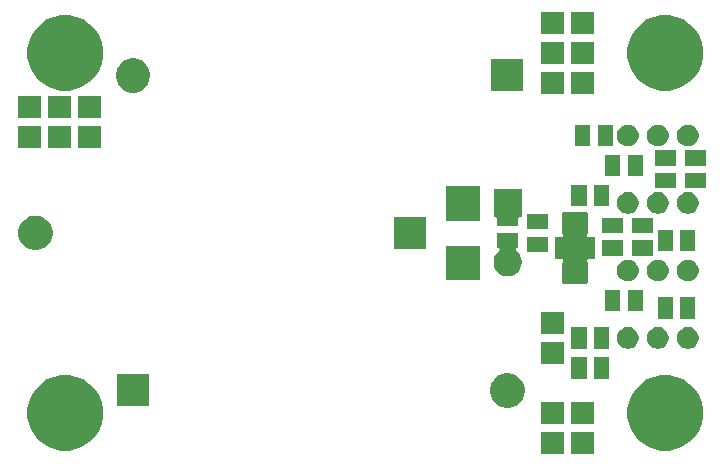
<source format=gbr>
G04 #@! TF.GenerationSoftware,KiCad,Pcbnew,6.0.0-rc1-unknown-f68581d~66~ubuntu16.04.1*
G04 #@! TF.CreationDate,2018-09-30T16:57:06+02:00*
G04 #@! TF.ProjectId,SIPMPOWER01A,5349504D504F5745523031412E6B6963,rev?*
G04 #@! TF.SameCoordinates,Original*
G04 #@! TF.FileFunction,Soldermask,Bot*
G04 #@! TF.FilePolarity,Negative*
%FSLAX46Y46*%
G04 Gerber Fmt 4.6, Leading zero omitted, Abs format (unit mm)*
G04 Created by KiCad (PCBNEW 6.0.0-rc1-unknown-f68581d~66~ubuntu16.04.1) date Sun Sep 30 16:57:06 2018*
%MOMM*%
%LPD*%
G01*
G04 APERTURE LIST*
%ADD10C,0.100000*%
G04 APERTURE END LIST*
D10*
G36*
X49857000Y1578000D02*
X47933000Y1578000D01*
X47933000Y3502000D01*
X49857000Y3502000D01*
X49857000Y1578000D01*
X49857000Y1578000D01*
G37*
G36*
X47317000Y1578000D02*
X45393000Y1578000D01*
X45393000Y3502000D01*
X47317000Y3502000D01*
X47317000Y1578000D01*
X47317000Y1578000D01*
G37*
G36*
X6013405Y8157026D02*
X6595767Y7915804D01*
X7119884Y7565600D01*
X7565600Y7119884D01*
X7915804Y6595767D01*
X8157026Y6013405D01*
X8280000Y5395174D01*
X8280000Y4764826D01*
X8157026Y4146595D01*
X7915804Y3564233D01*
X7565600Y3040116D01*
X7119884Y2594400D01*
X6595767Y2244196D01*
X6013405Y2002974D01*
X5395174Y1880000D01*
X4764826Y1880000D01*
X4146595Y2002974D01*
X3564233Y2244196D01*
X3040116Y2594400D01*
X2594400Y3040116D01*
X2244196Y3564233D01*
X2002974Y4146595D01*
X1880000Y4764826D01*
X1880000Y5395174D01*
X2002974Y6013405D01*
X2244196Y6595767D01*
X2594400Y7119884D01*
X3040116Y7565600D01*
X3564233Y7915804D01*
X4146595Y8157026D01*
X4764826Y8280000D01*
X5395174Y8280000D01*
X6013405Y8157026D01*
X6013405Y8157026D01*
G37*
G36*
X56813405Y8157026D02*
X57395767Y7915804D01*
X57919884Y7565600D01*
X58365600Y7119884D01*
X58715804Y6595767D01*
X58957026Y6013405D01*
X59080000Y5395174D01*
X59080000Y4764826D01*
X58957026Y4146595D01*
X58715804Y3564233D01*
X58365600Y3040116D01*
X57919884Y2594400D01*
X57395767Y2244196D01*
X56813405Y2002974D01*
X56195174Y1880000D01*
X55564826Y1880000D01*
X54946595Y2002974D01*
X54364233Y2244196D01*
X53840116Y2594400D01*
X53394400Y3040116D01*
X53044196Y3564233D01*
X52802974Y4146595D01*
X52680000Y4764826D01*
X52680000Y5395174D01*
X52802974Y6013405D01*
X53044196Y6595767D01*
X53394400Y7119884D01*
X53840116Y7565600D01*
X54364233Y7915804D01*
X54946595Y8157026D01*
X55564826Y8280000D01*
X56195174Y8280000D01*
X56813405Y8157026D01*
X56813405Y8157026D01*
G37*
G36*
X47317000Y4118000D02*
X45393000Y4118000D01*
X45393000Y6042000D01*
X47317000Y6042000D01*
X47317000Y4118000D01*
X47317000Y4118000D01*
G37*
G36*
X49857000Y4118000D02*
X47933000Y4118000D01*
X47933000Y6042000D01*
X49857000Y6042000D01*
X49857000Y4118000D01*
X49857000Y4118000D01*
G37*
G36*
X42942947Y8379278D02*
X43206833Y8269973D01*
X43444324Y8111287D01*
X43646287Y7909324D01*
X43804973Y7671833D01*
X43914278Y7407947D01*
X43970000Y7127814D01*
X43970000Y6842186D01*
X43914278Y6562053D01*
X43804973Y6298167D01*
X43646287Y6060676D01*
X43444324Y5858713D01*
X43206833Y5700027D01*
X42942947Y5590722D01*
X42662814Y5535000D01*
X42377186Y5535000D01*
X42097053Y5590722D01*
X41833167Y5700027D01*
X41595676Y5858713D01*
X41393713Y6060676D01*
X41235027Y6298167D01*
X41125722Y6562053D01*
X41070000Y6842186D01*
X41070000Y7127814D01*
X41125722Y7407947D01*
X41235027Y7671833D01*
X41393713Y7909324D01*
X41595676Y8111287D01*
X41833167Y8269973D01*
X42097053Y8379278D01*
X42377186Y8435000D01*
X42662814Y8435000D01*
X42942947Y8379278D01*
X42942947Y8379278D01*
G37*
G36*
X12170000Y5635000D02*
X9470000Y5635000D01*
X9470000Y8335000D01*
X12170000Y8335000D01*
X12170000Y5635000D01*
X12170000Y5635000D01*
G37*
G36*
X49222000Y7990000D02*
X47933000Y7990000D01*
X47933000Y9790000D01*
X49222000Y9790000D01*
X49222000Y7990000D01*
X49222000Y7990000D01*
G37*
G36*
X51132000Y7990000D02*
X49833000Y7990000D01*
X49833000Y9790000D01*
X51132000Y9790000D01*
X51132000Y7990000D01*
X51132000Y7990000D01*
G37*
G36*
X47317000Y9198000D02*
X45393000Y9198000D01*
X45393000Y11122000D01*
X47317000Y11122000D01*
X47317000Y9198000D01*
X47317000Y9198000D01*
G37*
G36*
X55513353Y12314645D02*
X55680784Y12245293D01*
X55831466Y12144610D01*
X55959610Y12016466D01*
X56060293Y11865784D01*
X56129645Y11698353D01*
X56165000Y11520613D01*
X56165000Y11339387D01*
X56129645Y11161647D01*
X56060293Y10994216D01*
X55959610Y10843534D01*
X55831466Y10715390D01*
X55680784Y10614707D01*
X55513353Y10545355D01*
X55335613Y10510000D01*
X55154387Y10510000D01*
X54976647Y10545355D01*
X54809216Y10614707D01*
X54658534Y10715390D01*
X54530390Y10843534D01*
X54429707Y10994216D01*
X54360355Y11161647D01*
X54325000Y11339387D01*
X54325000Y11520613D01*
X54360355Y11698353D01*
X54429707Y11865784D01*
X54530390Y12016466D01*
X54658534Y12144610D01*
X54809216Y12245293D01*
X54976647Y12314645D01*
X55154387Y12350000D01*
X55335613Y12350000D01*
X55513353Y12314645D01*
X55513353Y12314645D01*
G37*
G36*
X58053353Y12314645D02*
X58220784Y12245293D01*
X58371466Y12144610D01*
X58499610Y12016466D01*
X58600293Y11865784D01*
X58669645Y11698353D01*
X58705000Y11520613D01*
X58705000Y11339387D01*
X58669645Y11161647D01*
X58600293Y10994216D01*
X58499610Y10843534D01*
X58371466Y10715390D01*
X58220784Y10614707D01*
X58053353Y10545355D01*
X57875613Y10510000D01*
X57694387Y10510000D01*
X57516647Y10545355D01*
X57349216Y10614707D01*
X57198534Y10715390D01*
X57070390Y10843534D01*
X56969707Y10994216D01*
X56900355Y11161647D01*
X56865000Y11339387D01*
X56865000Y11520613D01*
X56900355Y11698353D01*
X56969707Y11865784D01*
X57070390Y12016466D01*
X57198534Y12144610D01*
X57349216Y12245293D01*
X57516647Y12314645D01*
X57694387Y12350000D01*
X57875613Y12350000D01*
X58053353Y12314645D01*
X58053353Y12314645D01*
G37*
G36*
X52973353Y12314645D02*
X53140784Y12245293D01*
X53291466Y12144610D01*
X53419610Y12016466D01*
X53520293Y11865784D01*
X53589645Y11698353D01*
X53625000Y11520613D01*
X53625000Y11339387D01*
X53589645Y11161647D01*
X53520293Y10994216D01*
X53419610Y10843534D01*
X53291466Y10715390D01*
X53140784Y10614707D01*
X52973353Y10545355D01*
X52795613Y10510000D01*
X52614387Y10510000D01*
X52436647Y10545355D01*
X52269216Y10614707D01*
X52118534Y10715390D01*
X51990390Y10843534D01*
X51889707Y10994216D01*
X51820355Y11161647D01*
X51785000Y11339387D01*
X51785000Y11520613D01*
X51820355Y11698353D01*
X51889707Y11865784D01*
X51990390Y12016466D01*
X52118534Y12144610D01*
X52269216Y12245293D01*
X52436647Y12314645D01*
X52614387Y12350000D01*
X52795613Y12350000D01*
X52973353Y12314645D01*
X52973353Y12314645D01*
G37*
G36*
X49222000Y10530000D02*
X47933000Y10530000D01*
X47933000Y12330000D01*
X49222000Y12330000D01*
X49222000Y10530000D01*
X49222000Y10530000D01*
G37*
G36*
X51132000Y10530000D02*
X49833000Y10530000D01*
X49833000Y12330000D01*
X51132000Y12330000D01*
X51132000Y10530000D01*
X51132000Y10530000D01*
G37*
G36*
X47317000Y11738000D02*
X45393000Y11738000D01*
X45393000Y13662000D01*
X47317000Y13662000D01*
X47317000Y11738000D01*
X47317000Y11738000D01*
G37*
G36*
X56529500Y13070000D02*
X55230500Y13070000D01*
X55230500Y14870000D01*
X56529500Y14870000D01*
X56529500Y13070000D01*
X56529500Y13070000D01*
G37*
G36*
X58429500Y13070000D02*
X57140500Y13070000D01*
X57140500Y14870000D01*
X58429500Y14870000D01*
X58429500Y13070000D01*
X58429500Y13070000D01*
G37*
G36*
X52079500Y13705000D02*
X50790500Y13705000D01*
X50790500Y15505000D01*
X52079500Y15505000D01*
X52079500Y13705000D01*
X52079500Y13705000D01*
G37*
G36*
X53989500Y13705000D02*
X52690500Y13705000D01*
X52690500Y15505000D01*
X53989500Y15505000D01*
X53989500Y13705000D01*
X53989500Y13705000D01*
G37*
G36*
X49175740Y22120011D02*
X49218543Y22107027D01*
X49257987Y22085943D01*
X49292566Y22057566D01*
X49320943Y22022987D01*
X49342027Y21983543D01*
X49355011Y21940740D01*
X49360000Y21890084D01*
X49360000Y20384916D01*
X49355011Y20334260D01*
X49342027Y20291457D01*
X49320943Y20252013D01*
X49288371Y20212323D01*
X49280351Y20204304D01*
X49266736Y20183930D01*
X49257357Y20161292D01*
X49252576Y20137258D01*
X49252574Y20112754D01*
X49257354Y20088720D01*
X49266730Y20066081D01*
X49280343Y20045706D01*
X49297669Y20028378D01*
X49318043Y20014763D01*
X49340681Y20005384D01*
X49364715Y20000603D01*
X49376973Y20000000D01*
X49960000Y20000000D01*
X49960000Y18100000D01*
X49377364Y18100000D01*
X49352978Y18097598D01*
X49329529Y18090485D01*
X49307918Y18078934D01*
X49288976Y18063388D01*
X49273430Y18044446D01*
X49261879Y18022835D01*
X49254766Y17999386D01*
X49252364Y17975000D01*
X49254766Y17950614D01*
X49261879Y17927165D01*
X49273430Y17905554D01*
X49285245Y17892518D01*
X49284931Y17892260D01*
X49321042Y17848258D01*
X49342074Y17808911D01*
X49355023Y17766224D01*
X49360000Y17715686D01*
X49360000Y16209314D01*
X49355023Y16158776D01*
X49342074Y16116089D01*
X49321042Y16076742D01*
X49292742Y16042258D01*
X49258258Y16013958D01*
X49218911Y15992926D01*
X49176224Y15979977D01*
X49125686Y15975000D01*
X47394314Y15975000D01*
X47343776Y15979977D01*
X47301089Y15992926D01*
X47261742Y16013958D01*
X47227258Y16042258D01*
X47198958Y16076742D01*
X47177926Y16116089D01*
X47164977Y16158776D01*
X47160000Y16209314D01*
X47160000Y17715686D01*
X47164977Y17766224D01*
X47177926Y17808911D01*
X47198958Y17848258D01*
X47231628Y17888067D01*
X47239263Y17895702D01*
X47252877Y17916077D01*
X47262254Y17938716D01*
X47267034Y17962749D01*
X47267034Y17987253D01*
X47262253Y18011287D01*
X47252876Y18033926D01*
X47239261Y18054300D01*
X47221934Y18071627D01*
X47201559Y18085241D01*
X47178920Y18094618D01*
X47142636Y18100000D01*
X46560000Y18100000D01*
X46560000Y20000000D01*
X47143027Y20000000D01*
X47167413Y20002402D01*
X47190862Y20009515D01*
X47212473Y20021066D01*
X47231415Y20036612D01*
X47246961Y20055554D01*
X47258512Y20077165D01*
X47265625Y20100614D01*
X47268027Y20125000D01*
X47265625Y20149386D01*
X47258512Y20172835D01*
X47246961Y20194446D01*
X47231415Y20213388D01*
X47228840Y20215722D01*
X47199057Y20252013D01*
X47177973Y20291457D01*
X47164989Y20334260D01*
X47160000Y20384916D01*
X47160000Y21890084D01*
X47164989Y21940740D01*
X47177973Y21983543D01*
X47199057Y22022987D01*
X47227434Y22057566D01*
X47262013Y22085943D01*
X47301457Y22107027D01*
X47344260Y22120011D01*
X47394916Y22125000D01*
X49125084Y22125000D01*
X49175740Y22120011D01*
X49175740Y22120011D01*
G37*
G36*
X58053353Y18029645D02*
X58220784Y17960293D01*
X58371466Y17859610D01*
X58499610Y17731466D01*
X58600293Y17580784D01*
X58669645Y17413353D01*
X58705000Y17235613D01*
X58705000Y17054387D01*
X58669645Y16876647D01*
X58600293Y16709216D01*
X58499610Y16558534D01*
X58371466Y16430390D01*
X58220784Y16329707D01*
X58053353Y16260355D01*
X57875613Y16225000D01*
X57694387Y16225000D01*
X57516647Y16260355D01*
X57349216Y16329707D01*
X57198534Y16430390D01*
X57070390Y16558534D01*
X56969707Y16709216D01*
X56900355Y16876647D01*
X56865000Y17054387D01*
X56865000Y17235613D01*
X56900355Y17413353D01*
X56969707Y17580784D01*
X57070390Y17731466D01*
X57198534Y17859610D01*
X57349216Y17960293D01*
X57516647Y18029645D01*
X57694387Y18065000D01*
X57875613Y18065000D01*
X58053353Y18029645D01*
X58053353Y18029645D01*
G37*
G36*
X55513353Y18029645D02*
X55680784Y17960293D01*
X55831466Y17859610D01*
X55959610Y17731466D01*
X56060293Y17580784D01*
X56129645Y17413353D01*
X56165000Y17235613D01*
X56165000Y17054387D01*
X56129645Y16876647D01*
X56060293Y16709216D01*
X55959610Y16558534D01*
X55831466Y16430390D01*
X55680784Y16329707D01*
X55513353Y16260355D01*
X55335613Y16225000D01*
X55154387Y16225000D01*
X54976647Y16260355D01*
X54809216Y16329707D01*
X54658534Y16430390D01*
X54530390Y16558534D01*
X54429707Y16709216D01*
X54360355Y16876647D01*
X54325000Y17054387D01*
X54325000Y17235613D01*
X54360355Y17413353D01*
X54429707Y17580784D01*
X54530390Y17731466D01*
X54658534Y17859610D01*
X54809216Y17960293D01*
X54976647Y18029645D01*
X55154387Y18065000D01*
X55335613Y18065000D01*
X55513353Y18029645D01*
X55513353Y18029645D01*
G37*
G36*
X52973353Y18029645D02*
X53140784Y17960293D01*
X53291466Y17859610D01*
X53419610Y17731466D01*
X53520293Y17580784D01*
X53589645Y17413353D01*
X53625000Y17235613D01*
X53625000Y17054387D01*
X53589645Y16876647D01*
X53520293Y16709216D01*
X53419610Y16558534D01*
X53291466Y16430390D01*
X53140784Y16329707D01*
X52973353Y16260355D01*
X52795613Y16225000D01*
X52614387Y16225000D01*
X52436647Y16260355D01*
X52269216Y16329707D01*
X52118534Y16430390D01*
X51990390Y16558534D01*
X51889707Y16709216D01*
X51820355Y16876647D01*
X51785000Y17054387D01*
X51785000Y17235613D01*
X51820355Y17413353D01*
X51889707Y17580784D01*
X51990390Y17731466D01*
X52118534Y17859610D01*
X52269216Y17960293D01*
X52436647Y18029645D01*
X52614387Y18065000D01*
X52795613Y18065000D01*
X52973353Y18029645D01*
X52973353Y18029645D01*
G37*
G36*
X40184680Y16304920D02*
X37285320Y16304920D01*
X37285320Y19255080D01*
X40184680Y19255080D01*
X40184680Y16304920D01*
X40184680Y16304920D01*
G37*
G36*
X43445000Y19035500D02*
X43357753Y19035500D01*
X43333367Y19033098D01*
X43309918Y19025985D01*
X43288307Y19014434D01*
X43269365Y18998888D01*
X43253819Y18979946D01*
X43242268Y18958335D01*
X43235155Y18934886D01*
X43232753Y18910500D01*
X43235155Y18886114D01*
X43242268Y18862665D01*
X43253819Y18841054D01*
X43269365Y18822112D01*
X43288304Y18806568D01*
X43309955Y18792101D01*
X43309959Y18792098D01*
X43477099Y18624958D01*
X43608427Y18428412D01*
X43698885Y18210026D01*
X43745000Y17978191D01*
X43745000Y17741809D01*
X43698885Y17509974D01*
X43608427Y17291588D01*
X43477099Y17095042D01*
X43309958Y16927901D01*
X43113412Y16796573D01*
X42895026Y16706115D01*
X42663191Y16660000D01*
X42426809Y16660000D01*
X42194974Y16706115D01*
X41976588Y16796573D01*
X41780042Y16927901D01*
X41612901Y17095042D01*
X41481573Y17291588D01*
X41391115Y17509974D01*
X41345000Y17741809D01*
X41345000Y17978191D01*
X41391115Y18210026D01*
X41481573Y18428412D01*
X41612901Y18624958D01*
X41780041Y18792098D01*
X41780045Y18792101D01*
X41801696Y18806568D01*
X41820636Y18822112D01*
X41836181Y18841054D01*
X41847732Y18862665D01*
X41854845Y18886114D01*
X41857247Y18910500D01*
X41854845Y18934887D01*
X41847732Y18958336D01*
X41836181Y18979947D01*
X41820635Y18998889D01*
X41801693Y19014434D01*
X41780082Y19025985D01*
X41756633Y19033098D01*
X41732247Y19035500D01*
X41645000Y19035500D01*
X41645000Y20334500D01*
X43445000Y20334500D01*
X43445000Y19035500D01*
X43445000Y19035500D01*
G37*
G36*
X52335000Y18400500D02*
X50535000Y18400500D01*
X50535000Y19699500D01*
X52335000Y19699500D01*
X52335000Y18400500D01*
X52335000Y18400500D01*
G37*
G36*
X54875000Y18405500D02*
X53075000Y18405500D01*
X53075000Y19694500D01*
X54875000Y19694500D01*
X54875000Y18405500D01*
X54875000Y18405500D01*
G37*
G36*
X45985000Y18718000D02*
X44185000Y18718000D01*
X44185000Y20017000D01*
X45985000Y20017000D01*
X45985000Y18718000D01*
X45985000Y18718000D01*
G37*
G36*
X58429500Y18785000D02*
X57140500Y18785000D01*
X57140500Y20585000D01*
X58429500Y20585000D01*
X58429500Y18785000D01*
X58429500Y18785000D01*
G37*
G36*
X56529500Y18785000D02*
X55230500Y18785000D01*
X55230500Y20585000D01*
X56529500Y20585000D01*
X56529500Y18785000D01*
X56529500Y18785000D01*
G37*
G36*
X2987947Y21714278D02*
X3251833Y21604973D01*
X3489324Y21446287D01*
X3691287Y21244324D01*
X3849973Y21006833D01*
X3959278Y20742947D01*
X4015000Y20462814D01*
X4015000Y20177186D01*
X3959278Y19897053D01*
X3849973Y19633167D01*
X3691287Y19395676D01*
X3489324Y19193713D01*
X3251833Y19035027D01*
X2987947Y18925722D01*
X2707814Y18870000D01*
X2422186Y18870000D01*
X2142053Y18925722D01*
X1878167Y19035027D01*
X1640676Y19193713D01*
X1438713Y19395676D01*
X1280027Y19633167D01*
X1170722Y19897053D01*
X1115000Y20177186D01*
X1115000Y20462814D01*
X1170722Y20742947D01*
X1280027Y21006833D01*
X1438713Y21244324D01*
X1640676Y21446287D01*
X1878167Y21604973D01*
X2142053Y21714278D01*
X2422186Y21770000D01*
X2707814Y21770000D01*
X2987947Y21714278D01*
X2987947Y21714278D01*
G37*
G36*
X35615000Y18970000D02*
X32915000Y18970000D01*
X32915000Y21670000D01*
X35615000Y21670000D01*
X35615000Y18970000D01*
X35615000Y18970000D01*
G37*
G36*
X54875000Y20305500D02*
X53075000Y20305500D01*
X53075000Y21604500D01*
X54875000Y21604500D01*
X54875000Y20305500D01*
X54875000Y20305500D01*
G37*
G36*
X52335000Y20310500D02*
X50535000Y20310500D01*
X50535000Y21599500D01*
X52335000Y21599500D01*
X52335000Y20310500D01*
X52335000Y20310500D01*
G37*
G36*
X45985000Y20628000D02*
X44185000Y20628000D01*
X44185000Y21917000D01*
X45985000Y21917000D01*
X45985000Y20628000D01*
X45985000Y20628000D01*
G37*
G36*
X43745000Y21660000D02*
X43570000Y21660000D01*
X43545614Y21657598D01*
X43522165Y21650485D01*
X43500554Y21638934D01*
X43481612Y21623388D01*
X43466066Y21604446D01*
X43454515Y21582835D01*
X43447402Y21559386D01*
X43445000Y21535000D01*
X43445000Y20945500D01*
X41645000Y20945500D01*
X41645000Y21535000D01*
X41642598Y21559386D01*
X41635485Y21582835D01*
X41623934Y21604446D01*
X41608388Y21623388D01*
X41589446Y21638934D01*
X41567835Y21650485D01*
X41544386Y21657598D01*
X41520000Y21660000D01*
X41345000Y21660000D01*
X41345000Y24060000D01*
X43745000Y24060000D01*
X43745000Y21660000D01*
X43745000Y21660000D01*
G37*
G36*
X40184680Y21354440D02*
X37285320Y21354440D01*
X37285320Y24304600D01*
X40184680Y24304600D01*
X40184680Y21354440D01*
X40184680Y21354440D01*
G37*
G36*
X55513353Y23744645D02*
X55680784Y23675293D01*
X55831466Y23574610D01*
X55959610Y23446466D01*
X56060293Y23295784D01*
X56129645Y23128353D01*
X56165000Y22950613D01*
X56165000Y22769387D01*
X56129645Y22591647D01*
X56060293Y22424216D01*
X55959610Y22273534D01*
X55831466Y22145390D01*
X55680784Y22044707D01*
X55513353Y21975355D01*
X55335613Y21940000D01*
X55154387Y21940000D01*
X54976647Y21975355D01*
X54809216Y22044707D01*
X54658534Y22145390D01*
X54530390Y22273534D01*
X54429707Y22424216D01*
X54360355Y22591647D01*
X54325000Y22769387D01*
X54325000Y22950613D01*
X54360355Y23128353D01*
X54429707Y23295784D01*
X54530390Y23446466D01*
X54658534Y23574610D01*
X54809216Y23675293D01*
X54976647Y23744645D01*
X55154387Y23780000D01*
X55335613Y23780000D01*
X55513353Y23744645D01*
X55513353Y23744645D01*
G37*
G36*
X58053353Y23744645D02*
X58220784Y23675293D01*
X58371466Y23574610D01*
X58499610Y23446466D01*
X58600293Y23295784D01*
X58669645Y23128353D01*
X58705000Y22950613D01*
X58705000Y22769387D01*
X58669645Y22591647D01*
X58600293Y22424216D01*
X58499610Y22273534D01*
X58371466Y22145390D01*
X58220784Y22044707D01*
X58053353Y21975355D01*
X57875613Y21940000D01*
X57694387Y21940000D01*
X57516647Y21975355D01*
X57349216Y22044707D01*
X57198534Y22145390D01*
X57070390Y22273534D01*
X56969707Y22424216D01*
X56900355Y22591647D01*
X56865000Y22769387D01*
X56865000Y22950613D01*
X56900355Y23128353D01*
X56969707Y23295784D01*
X57070390Y23446466D01*
X57198534Y23574610D01*
X57349216Y23675293D01*
X57516647Y23744645D01*
X57694387Y23780000D01*
X57875613Y23780000D01*
X58053353Y23744645D01*
X58053353Y23744645D01*
G37*
G36*
X52973353Y23744645D02*
X53140784Y23675293D01*
X53291466Y23574610D01*
X53419610Y23446466D01*
X53520293Y23295784D01*
X53589645Y23128353D01*
X53625000Y22950613D01*
X53625000Y22769387D01*
X53589645Y22591647D01*
X53520293Y22424216D01*
X53419610Y22273534D01*
X53291466Y22145390D01*
X53140784Y22044707D01*
X52973353Y21975355D01*
X52795613Y21940000D01*
X52614387Y21940000D01*
X52436647Y21975355D01*
X52269216Y22044707D01*
X52118534Y22145390D01*
X51990390Y22273534D01*
X51889707Y22424216D01*
X51820355Y22591647D01*
X51785000Y22769387D01*
X51785000Y22950613D01*
X51820355Y23128353D01*
X51889707Y23295784D01*
X51990390Y23446466D01*
X52118534Y23574610D01*
X52269216Y23675293D01*
X52436647Y23744645D01*
X52614387Y23780000D01*
X52795613Y23780000D01*
X52973353Y23744645D01*
X52973353Y23744645D01*
G37*
G36*
X49222000Y22595000D02*
X47933000Y22595000D01*
X47933000Y24395000D01*
X49222000Y24395000D01*
X49222000Y22595000D01*
X49222000Y22595000D01*
G37*
G36*
X51132000Y22595000D02*
X49833000Y22595000D01*
X49833000Y24395000D01*
X51132000Y24395000D01*
X51132000Y22595000D01*
X51132000Y22595000D01*
G37*
G36*
X56780000Y24115500D02*
X54980000Y24115500D01*
X54980000Y25414500D01*
X56780000Y25414500D01*
X56780000Y24115500D01*
X56780000Y24115500D01*
G37*
G36*
X59320000Y24120500D02*
X57520000Y24120500D01*
X57520000Y25409500D01*
X59320000Y25409500D01*
X59320000Y24120500D01*
X59320000Y24120500D01*
G37*
G36*
X53989500Y25135000D02*
X52690500Y25135000D01*
X52690500Y26935000D01*
X53989500Y26935000D01*
X53989500Y25135000D01*
X53989500Y25135000D01*
G37*
G36*
X52079500Y25135000D02*
X50790500Y25135000D01*
X50790500Y26935000D01*
X52079500Y26935000D01*
X52079500Y25135000D01*
X52079500Y25135000D01*
G37*
G36*
X59320000Y26020500D02*
X57520000Y26020500D01*
X57520000Y27319500D01*
X59320000Y27319500D01*
X59320000Y26020500D01*
X59320000Y26020500D01*
G37*
G36*
X56780000Y26025500D02*
X54980000Y26025500D01*
X54980000Y27314500D01*
X56780000Y27314500D01*
X56780000Y26025500D01*
X56780000Y26025500D01*
G37*
G36*
X8074000Y27486000D02*
X6150000Y27486000D01*
X6150000Y29410000D01*
X8074000Y29410000D01*
X8074000Y27486000D01*
X8074000Y27486000D01*
G37*
G36*
X5534000Y27486000D02*
X3610000Y27486000D01*
X3610000Y29410000D01*
X5534000Y29410000D01*
X5534000Y27486000D01*
X5534000Y27486000D01*
G37*
G36*
X2994000Y27486000D02*
X1070000Y27486000D01*
X1070000Y29410000D01*
X2994000Y29410000D01*
X2994000Y27486000D01*
X2994000Y27486000D01*
G37*
G36*
X52973353Y29459645D02*
X53140784Y29390293D01*
X53291466Y29289610D01*
X53419610Y29161466D01*
X53520293Y29010784D01*
X53589645Y28843353D01*
X53625000Y28665613D01*
X53625000Y28484387D01*
X53589645Y28306647D01*
X53520293Y28139216D01*
X53419610Y27988534D01*
X53291466Y27860390D01*
X53140784Y27759707D01*
X52973353Y27690355D01*
X52795613Y27655000D01*
X52614387Y27655000D01*
X52436647Y27690355D01*
X52269216Y27759707D01*
X52118534Y27860390D01*
X51990390Y27988534D01*
X51889707Y28139216D01*
X51820355Y28306647D01*
X51785000Y28484387D01*
X51785000Y28665613D01*
X51820355Y28843353D01*
X51889707Y29010784D01*
X51990390Y29161466D01*
X52118534Y29289610D01*
X52269216Y29390293D01*
X52436647Y29459645D01*
X52614387Y29495000D01*
X52795613Y29495000D01*
X52973353Y29459645D01*
X52973353Y29459645D01*
G37*
G36*
X55513353Y29459645D02*
X55680784Y29390293D01*
X55831466Y29289610D01*
X55959610Y29161466D01*
X56060293Y29010784D01*
X56129645Y28843353D01*
X56165000Y28665613D01*
X56165000Y28484387D01*
X56129645Y28306647D01*
X56060293Y28139216D01*
X55959610Y27988534D01*
X55831466Y27860390D01*
X55680784Y27759707D01*
X55513353Y27690355D01*
X55335613Y27655000D01*
X55154387Y27655000D01*
X54976647Y27690355D01*
X54809216Y27759707D01*
X54658534Y27860390D01*
X54530390Y27988534D01*
X54429707Y28139216D01*
X54360355Y28306647D01*
X54325000Y28484387D01*
X54325000Y28665613D01*
X54360355Y28843353D01*
X54429707Y29010784D01*
X54530390Y29161466D01*
X54658534Y29289610D01*
X54809216Y29390293D01*
X54976647Y29459645D01*
X55154387Y29495000D01*
X55335613Y29495000D01*
X55513353Y29459645D01*
X55513353Y29459645D01*
G37*
G36*
X58053353Y29459645D02*
X58220784Y29390293D01*
X58371466Y29289610D01*
X58499610Y29161466D01*
X58600293Y29010784D01*
X58669645Y28843353D01*
X58705000Y28665613D01*
X58705000Y28484387D01*
X58669645Y28306647D01*
X58600293Y28139216D01*
X58499610Y27988534D01*
X58371466Y27860390D01*
X58220784Y27759707D01*
X58053353Y27690355D01*
X57875613Y27655000D01*
X57694387Y27655000D01*
X57516647Y27690355D01*
X57349216Y27759707D01*
X57198534Y27860390D01*
X57070390Y27988534D01*
X56969707Y28139216D01*
X56900355Y28306647D01*
X56865000Y28484387D01*
X56865000Y28665613D01*
X56900355Y28843353D01*
X56969707Y29010784D01*
X57070390Y29161466D01*
X57198534Y29289610D01*
X57349216Y29390293D01*
X57516647Y29459645D01*
X57694387Y29495000D01*
X57875613Y29495000D01*
X58053353Y29459645D01*
X58053353Y29459645D01*
G37*
G36*
X49539500Y27675000D02*
X48250500Y27675000D01*
X48250500Y29475000D01*
X49539500Y29475000D01*
X49539500Y27675000D01*
X49539500Y27675000D01*
G37*
G36*
X51449500Y27675000D02*
X50150500Y27675000D01*
X50150500Y29475000D01*
X51449500Y29475000D01*
X51449500Y27675000D01*
X51449500Y27675000D01*
G37*
G36*
X2994000Y30026000D02*
X1070000Y30026000D01*
X1070000Y31950000D01*
X2994000Y31950000D01*
X2994000Y30026000D01*
X2994000Y30026000D01*
G37*
G36*
X5534000Y30026000D02*
X3610000Y30026000D01*
X3610000Y31950000D01*
X5534000Y31950000D01*
X5534000Y30026000D01*
X5534000Y30026000D01*
G37*
G36*
X8074000Y30026000D02*
X6150000Y30026000D01*
X6150000Y31950000D01*
X8074000Y31950000D01*
X8074000Y30026000D01*
X8074000Y30026000D01*
G37*
G36*
X47317000Y32058000D02*
X45393000Y32058000D01*
X45393000Y33982000D01*
X47317000Y33982000D01*
X47317000Y32058000D01*
X47317000Y32058000D01*
G37*
G36*
X49857000Y32058000D02*
X47933000Y32058000D01*
X47933000Y33982000D01*
X49857000Y33982000D01*
X49857000Y32058000D01*
X49857000Y32058000D01*
G37*
G36*
X11242947Y35049278D02*
X11506833Y34939973D01*
X11744324Y34781287D01*
X11946287Y34579324D01*
X12104973Y34341833D01*
X12214278Y34077947D01*
X12270000Y33797814D01*
X12270000Y33512186D01*
X12214278Y33232053D01*
X12104973Y32968167D01*
X11946287Y32730676D01*
X11744324Y32528713D01*
X11506833Y32370027D01*
X11242947Y32260722D01*
X10962814Y32205000D01*
X10677186Y32205000D01*
X10397053Y32260722D01*
X10133167Y32370027D01*
X9895676Y32528713D01*
X9693713Y32730676D01*
X9535027Y32968167D01*
X9425722Y33232053D01*
X9370000Y33512186D01*
X9370000Y33797814D01*
X9425722Y34077947D01*
X9535027Y34341833D01*
X9693713Y34579324D01*
X9895676Y34781287D01*
X10133167Y34939973D01*
X10397053Y35049278D01*
X10677186Y35105000D01*
X10962814Y35105000D01*
X11242947Y35049278D01*
X11242947Y35049278D01*
G37*
G36*
X43870000Y32305000D02*
X41170000Y32305000D01*
X41170000Y35005000D01*
X43870000Y35005000D01*
X43870000Y32305000D01*
X43870000Y32305000D01*
G37*
G36*
X56813405Y38637026D02*
X57395767Y38395804D01*
X57919884Y38045600D01*
X58365600Y37599884D01*
X58715804Y37075767D01*
X58957026Y36493405D01*
X59080000Y35875174D01*
X59080000Y35244826D01*
X58957026Y34626595D01*
X58715804Y34044233D01*
X58365600Y33520116D01*
X57919884Y33074400D01*
X57395767Y32724196D01*
X56813405Y32482974D01*
X56195174Y32360000D01*
X55564826Y32360000D01*
X54946595Y32482974D01*
X54364233Y32724196D01*
X53840116Y33074400D01*
X53394400Y33520116D01*
X53044196Y34044233D01*
X52802974Y34626595D01*
X52680000Y35244826D01*
X52680000Y35875174D01*
X52802974Y36493405D01*
X53044196Y37075767D01*
X53394400Y37599884D01*
X53840116Y38045600D01*
X54364233Y38395804D01*
X54946595Y38637026D01*
X55564826Y38760000D01*
X56195174Y38760000D01*
X56813405Y38637026D01*
X56813405Y38637026D01*
G37*
G36*
X6013405Y38637026D02*
X6595767Y38395804D01*
X7119884Y38045600D01*
X7565600Y37599884D01*
X7915804Y37075767D01*
X8157026Y36493405D01*
X8280000Y35875174D01*
X8280000Y35244826D01*
X8157026Y34626595D01*
X7915804Y34044233D01*
X7565600Y33520116D01*
X7119884Y33074400D01*
X6595767Y32724196D01*
X6013405Y32482974D01*
X5395174Y32360000D01*
X4764826Y32360000D01*
X4146595Y32482974D01*
X3564233Y32724196D01*
X3040116Y33074400D01*
X2594400Y33520116D01*
X2244196Y34044233D01*
X2002974Y34626595D01*
X1880000Y35244826D01*
X1880000Y35875174D01*
X2002974Y36493405D01*
X2244196Y37075767D01*
X2594400Y37599884D01*
X3040116Y38045600D01*
X3564233Y38395804D01*
X4146595Y38637026D01*
X4764826Y38760000D01*
X5395174Y38760000D01*
X6013405Y38637026D01*
X6013405Y38637026D01*
G37*
G36*
X49857000Y34598000D02*
X47933000Y34598000D01*
X47933000Y36522000D01*
X49857000Y36522000D01*
X49857000Y34598000D01*
X49857000Y34598000D01*
G37*
G36*
X47317000Y34598000D02*
X45393000Y34598000D01*
X45393000Y36522000D01*
X47317000Y36522000D01*
X47317000Y34598000D01*
X47317000Y34598000D01*
G37*
G36*
X49857000Y37138000D02*
X47933000Y37138000D01*
X47933000Y39062000D01*
X49857000Y39062000D01*
X49857000Y37138000D01*
X49857000Y37138000D01*
G37*
G36*
X47317000Y37138000D02*
X45393000Y37138000D01*
X45393000Y39062000D01*
X47317000Y39062000D01*
X47317000Y37138000D01*
X47317000Y37138000D01*
G37*
M02*

</source>
